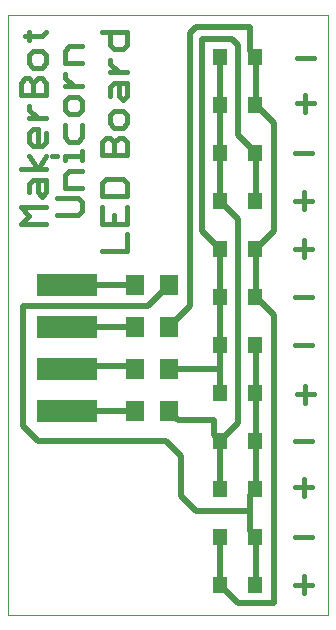
<source format=gtl>
G75*
G70*
%OFA0B0*%
%FSLAX24Y24*%
%IPPOS*%
%LPD*%
%AMOC8*
5,1,8,0,0,1.08239X$1,22.5*
%
%ADD10C,0.0000*%
%ADD11C,0.0150*%
%ADD12R,0.0472X0.0551*%
%ADD13R,0.2000X0.0720*%
%ADD14R,0.0630X0.0709*%
%ADD15C,0.0200*%
D10*
X000101Y000101D02*
X000101Y020097D01*
X010771Y020097D01*
X010771Y000101D01*
X000101Y000101D01*
D11*
X003225Y012226D02*
X004076Y012226D01*
X004076Y012793D01*
X004076Y013147D02*
X004076Y013714D01*
X004076Y014067D02*
X004076Y014493D01*
X003934Y014634D01*
X003367Y014634D01*
X003225Y014493D01*
X003225Y014067D01*
X004076Y014067D01*
X003650Y013430D02*
X003650Y013147D01*
X003225Y013147D02*
X004076Y013147D01*
X003225Y013147D02*
X003225Y013714D01*
X002576Y013851D02*
X002576Y013568D01*
X002434Y013426D01*
X001725Y013426D01*
X001376Y013693D02*
X000525Y013693D01*
X000809Y013409D01*
X000525Y013126D01*
X001376Y013126D01*
X001234Y014047D02*
X001092Y014188D01*
X001092Y014614D01*
X000950Y014614D02*
X001376Y014614D01*
X001376Y014188D01*
X001234Y014047D01*
X000809Y014472D02*
X000950Y014614D01*
X000809Y014472D02*
X000809Y014188D01*
X001092Y014967D02*
X000809Y015393D01*
X000950Y015735D02*
X000809Y015876D01*
X000809Y016160D01*
X000950Y016302D01*
X001092Y016302D01*
X001092Y015735D01*
X001234Y015735D02*
X000950Y015735D01*
X001234Y015735D02*
X001376Y015876D01*
X001376Y016160D01*
X001376Y016655D02*
X000809Y016655D01*
X001092Y016655D02*
X000809Y016939D01*
X000809Y017081D01*
X000950Y017423D02*
X000950Y017848D01*
X001092Y017990D01*
X001234Y017990D01*
X001376Y017848D01*
X001376Y017423D01*
X000525Y017423D01*
X000525Y017848D01*
X000667Y017990D01*
X000809Y017990D01*
X000950Y017848D01*
X000950Y018343D02*
X001234Y018343D01*
X001376Y018485D01*
X001376Y018769D01*
X001234Y018910D01*
X000950Y018910D01*
X000809Y018769D01*
X000809Y018485D01*
X000950Y018343D01*
X000809Y019264D02*
X000809Y019548D01*
X000667Y019406D02*
X001234Y019406D01*
X001376Y019548D01*
X002009Y018915D02*
X002009Y018490D01*
X002576Y018490D01*
X002576Y019057D02*
X002150Y019057D01*
X002009Y018915D01*
X002009Y018148D02*
X002009Y018006D01*
X002292Y017723D01*
X002009Y017723D02*
X002576Y017723D01*
X002434Y017369D02*
X002150Y017369D01*
X002009Y017227D01*
X002009Y016944D01*
X002150Y016802D01*
X002434Y016802D01*
X002576Y016944D01*
X002576Y017227D01*
X002434Y017369D01*
X002576Y016448D02*
X002576Y016023D01*
X002434Y015881D01*
X002150Y015881D01*
X002009Y016023D01*
X002009Y016448D01*
X002009Y015409D02*
X002576Y015409D01*
X002576Y015267D02*
X002576Y015551D01*
X002576Y014914D02*
X002150Y014914D01*
X002009Y014772D01*
X002009Y014347D01*
X002576Y014347D01*
X002434Y013993D02*
X001725Y013993D01*
X001376Y014967D02*
X000525Y014967D01*
X001092Y014967D02*
X001376Y015393D01*
X001583Y015409D02*
X001725Y015409D01*
X002009Y015409D02*
X002009Y015267D01*
X002434Y013993D02*
X002576Y013851D01*
X003225Y015426D02*
X003225Y015851D01*
X003367Y015993D01*
X003509Y015993D01*
X003650Y015851D01*
X003650Y015426D01*
X003650Y015851D02*
X003792Y015993D01*
X003934Y015993D01*
X004076Y015851D01*
X004076Y015426D01*
X003225Y015426D01*
X003650Y016347D02*
X003934Y016347D01*
X004076Y016488D01*
X004076Y016772D01*
X003934Y016914D01*
X003650Y016914D01*
X003509Y016772D01*
X003509Y016488D01*
X003650Y016347D01*
X003934Y017267D02*
X003792Y017409D01*
X003792Y017834D01*
X003650Y017834D02*
X004076Y017834D01*
X004076Y017409D01*
X003934Y017267D01*
X003509Y017693D02*
X003650Y017834D01*
X003792Y018188D02*
X003509Y018472D01*
X003509Y018613D01*
X003650Y018955D02*
X003509Y019097D01*
X003509Y019522D01*
X003225Y019522D02*
X004076Y019522D01*
X004076Y019097D01*
X003934Y018955D01*
X003650Y018955D01*
X003509Y018188D02*
X004076Y018188D01*
X003509Y017693D02*
X003509Y017409D01*
X009676Y015501D02*
X010243Y015501D01*
X009959Y014185D02*
X009959Y013618D01*
X009676Y013901D02*
X010243Y013901D01*
X009959Y012585D02*
X009959Y012018D01*
X009676Y012301D02*
X010243Y012301D01*
X010243Y010701D02*
X009676Y010701D01*
X009676Y009101D02*
X010243Y009101D01*
X010009Y007735D02*
X010009Y007168D01*
X009726Y007451D02*
X010293Y007451D01*
X010243Y005901D02*
X009676Y005901D01*
X009959Y004635D02*
X009959Y004068D01*
X009676Y004351D02*
X010243Y004351D01*
X010243Y002701D02*
X009676Y002701D01*
X009959Y001385D02*
X009959Y000818D01*
X009676Y001101D02*
X010243Y001101D01*
X010009Y016868D02*
X010009Y017435D01*
X009726Y017151D02*
X010293Y017151D01*
X010293Y018651D02*
X009726Y018651D01*
D12*
X008341Y018701D03*
X008341Y017101D03*
X008341Y015501D03*
X008341Y013901D03*
X008341Y012301D03*
X008341Y010701D03*
X008341Y009101D03*
X008341Y007501D03*
X008341Y005901D03*
X008341Y004301D03*
X008341Y002701D03*
X008341Y001101D03*
X007160Y001101D03*
X007160Y002701D03*
X007160Y004301D03*
X007160Y005901D03*
X007160Y007501D03*
X007160Y009101D03*
X007160Y010701D03*
X007160Y012301D03*
X007160Y013901D03*
X007160Y015501D03*
X007160Y017101D03*
X007160Y018701D03*
D13*
X002051Y011101D03*
X002051Y009701D03*
X002051Y008301D03*
X002051Y006901D03*
D14*
X004350Y006901D03*
X004350Y008301D03*
X004350Y009701D03*
X004350Y011101D03*
X005452Y011101D03*
X005452Y009701D03*
X005452Y008301D03*
X005452Y006901D03*
D15*
X005751Y006601D01*
X006951Y006601D01*
X006951Y006101D01*
X007160Y005901D01*
X007351Y006101D01*
X007751Y006501D01*
X007751Y013301D01*
X007351Y013701D01*
X007160Y013901D01*
X007151Y014101D01*
X007151Y015301D01*
X007160Y015501D01*
X007151Y015701D01*
X007151Y016901D01*
X007160Y017101D01*
X007151Y017301D01*
X007151Y018501D01*
X007160Y018701D01*
X007751Y019101D02*
X007551Y019301D01*
X006551Y019301D01*
X006551Y012901D01*
X006951Y012501D01*
X007160Y012301D01*
X007151Y012101D01*
X007151Y010901D01*
X007160Y010701D01*
X007151Y010501D01*
X007151Y009301D01*
X007160Y009101D01*
X007151Y008901D01*
X007151Y008301D01*
X005452Y008301D01*
X005452Y009701D02*
X005751Y010001D01*
X006151Y010401D01*
X006151Y019501D01*
X006351Y019701D01*
X008151Y019701D01*
X008151Y018901D01*
X008341Y018701D01*
X008351Y018501D01*
X008351Y017301D01*
X008341Y017101D01*
X008551Y016901D01*
X008951Y016501D01*
X008951Y012901D01*
X008551Y012501D01*
X008341Y012301D01*
X008351Y012101D01*
X008351Y010901D01*
X008341Y010701D01*
X008551Y010501D01*
X008951Y010101D01*
X008951Y000501D01*
X007751Y000501D01*
X007351Y000901D01*
X007160Y001101D01*
X007151Y001301D01*
X007151Y002501D01*
X007160Y002701D01*
X006351Y003551D02*
X008151Y003551D01*
X008151Y002901D01*
X008341Y002701D01*
X008351Y002501D01*
X008351Y001301D01*
X008341Y001101D01*
X008151Y003551D02*
X008151Y004101D01*
X008341Y004301D01*
X008351Y004501D01*
X008351Y005701D01*
X008341Y005901D01*
X008351Y006101D01*
X008351Y007301D01*
X008341Y007501D01*
X008351Y007701D01*
X008351Y008901D01*
X008341Y009101D01*
X007151Y007701D02*
X007160Y007501D01*
X007151Y007701D02*
X007151Y008301D01*
X007160Y005901D02*
X007151Y005701D01*
X007151Y004501D01*
X007160Y004301D01*
X006351Y003551D02*
X005851Y004051D01*
X005851Y005401D01*
X005351Y005901D01*
X001101Y005901D01*
X000601Y006401D01*
X000601Y010401D01*
X004751Y010401D01*
X005151Y010801D01*
X005452Y011101D01*
X004350Y011101D02*
X002051Y011101D01*
X002051Y009701D02*
X004350Y009701D01*
X004051Y008401D02*
X004350Y008301D01*
X004051Y008401D02*
X002951Y008401D01*
X002051Y008301D01*
X002051Y006901D02*
X004350Y006901D01*
X008341Y013901D02*
X008351Y014101D01*
X008351Y015301D01*
X008341Y015501D01*
X008151Y015701D01*
X007751Y016101D01*
X007751Y019101D01*
M02*

</source>
